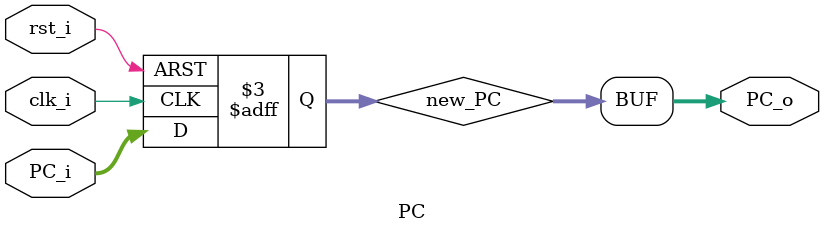
<source format=v>
module PC(
    input           clk_i,
    input           rst_i,
    input [31:0]    PC_i,
    output [31:0]   PC_o
);

    reg [31:0]  new_PC;

    always @(posedge clk_i or negedge rst_i) begin
        if (!rst_i) begin
            new_PC <= 32'hffff_fffc;
        end else begin
            new_PC <= PC_i;
        end
    end

    assign PC_o      = new_PC;

endmodule

</source>
